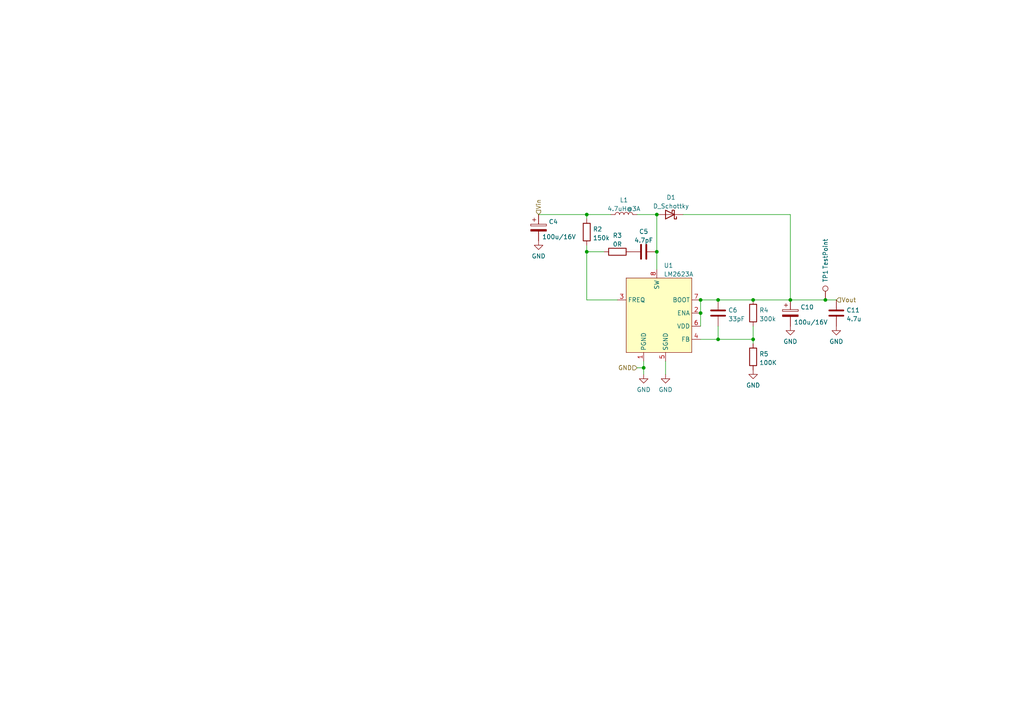
<source format=kicad_sch>
(kicad_sch (version 20231120) (generator "eeschema") (generator_version "8.0")
  (paper "A4")
  (lib_symbols
    (symbol "Connector:TestPoint" (pin_numbers hide) (pin_names (offset 0.762) hide)
      (property "Reference" "TP" (at 0 6.858 0))
      (property "Value" "TestPoint" (at 0 5.08 0))
      (symbol "TestPoint_0_1"
        (circle (center 0 3.302) (radius 0.762))
      )
      (symbol "TestPoint_1_1"
        (pin passive line (at 0 0 90) (length 2.54) (name "1") (number "1"))
      )
    )
    (symbol "Device:C" (pin_numbers hide) (pin_names (offset 0.254))
      (property "Reference" "C" (at 0.635 2.54 0))
      (property "Value" "C" (at 0.635 -2.54 0))
      (symbol "C_0_1"
        (polyline (pts (xy -2.032 -0.762) (xy 2.032 -0.762)) (stroke (width 0.508)))
        (polyline (pts (xy -2.032 0.762) (xy 2.032 0.762)) (stroke (width 0.508)))
      )
      (symbol "C_1_1"
        (pin passive line (at 0 3.81 270) (length 2.794) (name "~") (number "1"))
        (pin passive line (at 0 -3.81 90) (length 2.794) (name "~") (number "2"))
      )
    )
    (symbol "Device:C_Polarized" (pin_numbers hide) (pin_names (offset 0.254))
      (property "Reference" "C" (at 0.635 2.54 0))
      (property "Value" "C_Polarized" (at 0.635 -2.54 0))
      (symbol "C_Polarized_0_1"
        (rectangle (start -2.286 0.508) (end 2.286 1.016))
        (polyline (pts (xy -1.778 2.286) (xy -0.762 2.286)))
        (polyline (pts (xy -1.27 2.794) (xy -1.27 1.778)))
        (rectangle (start 2.286 -0.508) (end -2.286 -1.016) (fill (type outline)))
      )
      (symbol "C_Polarized_1_1"
        (pin passive line (at 0 3.81 270) (length 2.794) (name "~") (number "1"))
        (pin passive line (at 0 -3.81 90) (length 2.794) (name "~") (number "2"))
      )
    )
    (symbol "Device:D_Schottky" (pin_numbers hide) (pin_names (offset 1.016) hide)
      (property "Reference" "D" (at 0 2.54 0))
      (property "Value" "D_Schottky" (at 0 -2.54 0))
      (symbol "D_Schottky_0_1"
        (polyline (pts (xy 1.27 0) (xy -1.27 0)))
        (polyline (pts (xy 1.27 1.27) (xy 1.27 -1.27) (xy -1.27 0) (xy 1.27 1.27)) (stroke (width 0.254)))
        (polyline (pts (xy -1.905 0.635) (xy -1.905 1.27) (xy -1.27 1.27) (xy -1.27 -1.27) (xy -0.635 -1.27) (xy -0.635 -0.635)) (stroke (width 0.254)))
      )
      (symbol "D_Schottky_1_1"
        (pin passive line (at -3.81 0 0) (length 2.54) (name "K") (number "1"))
        (pin passive line (at 3.81 0 180) (length 2.54) (name "A") (number "2"))
      )
    )
    (symbol "Device:L" (pin_numbers hide) (pin_names (offset 1.016) hide)
      (property "Reference" "L" (at -1.27 0 90))
      (property "Value" "L" (at 1.905 0 90))
      (symbol "L_0_1"
        (arc (start 0 -2.54) (mid 0.6323 -1.905) (end 0 -1.27))
        (arc (start 0 -1.27) (mid 0.6323 -0.635) (end 0 0))
        (arc (start 0 0) (mid 0.6323 0.635) (end 0 1.27))
        (arc (start 0 1.27) (mid 0.6323 1.905) (end 0 2.54))
      )
      (symbol "L_1_1"
        (pin passive line (at 0 3.81 270) (length 1.27) (name "1") (number "1"))
        (pin passive line (at 0 -3.81 90) (length 1.27) (name "2") (number "2"))
      )
    )
    (symbol "Device:R" (pin_numbers hide) (pin_names (offset 0))
      (property "Reference" "R" (at 2.032 0 90))
      (property "Value" "R" (at 0 0 90))
      (symbol "R_0_1"
        (rectangle (start -1.016 -2.54) (end 1.016 2.54) (stroke (width 0.254)))
      )
      (symbol "R_1_1"
        (pin passive line (at 0 3.81 270) (length 1.27) (name "~") (number "1"))
        (pin passive line (at 0 -3.81 90) (length 1.27) (name "~") (number "2"))
      )
    )
    (symbol "New_Library:LM2623A"
      (property "Reference" "U" (at -7.62 8.89 0))
      (property "Value" "LM2623A" (at -1.27 0 0))
      (symbol "LM2623A_0_1"
        (rectangle (start -8.89 10.16) (end 10.16 -11.43) (stroke (width 0.1524)) (fill (type background)))
      )
      (symbol "LM2623A_1_1"
        (pin input line (at -3.81 -13.97 90) (length 2.54) (name "PGND") (number "1"))
        (pin input line (at 12.7 0 180) (length 2.54) (name "ENA") (number "2"))
        (pin input line (at -11.43 3.81 0) (length 2.54) (name "FREQ") (number "3"))
        (pin input line (at 12.7 -7.62 180) (length 2.54) (name "FB") (number "4"))
        (pin input line (at 2.54 -13.97 90) (length 2.54) (name "SGND") (number "5"))
        (pin input line (at 12.7 -3.81 180) (length 2.54) (name "VDD") (number "6"))
        (pin input line (at 12.7 3.81 180) (length 2.54) (name "BOOT") (number "7"))
        (pin input line (at 0 12.7 270) (length 2.54) (name "SW") (number "8"))
      )
    )
    (symbol "power:GND" (power) (pin_names (offset 0))
      (property "Value" "GND" (at 0 -3.81 0))
      (symbol "GND_0_1"
        (polyline (pts (xy 0 0) (xy 0 -1.27) (xy 1.27 -1.27) (xy 0 -2.54) (xy -1.27 -1.27) (xy 0 -1.27)))
      )
      (symbol "GND_1_1"
        (pin power_in line (at 0 0 270) (length 0) hide (name "GND") (number "1"))
      )
    )
  )
  (junction (at 218.44 86.995))
  (junction (at 190.5 73.025))
  (junction (at 229.235 86.995))
  (junction (at 170.18 73.025))
  (junction (at 170.18 62.23))
  (junction (at 190.5 62.23))
  (junction (at 239.395 86.995))
  (junction (at 218.44 98.425))
  (junction (at 203.2 86.995))
  (junction (at 208.28 98.425))
  (junction (at 186.69 106.68))
  (junction (at 208.28 86.995))
  (junction (at 203.2 90.805))
  (wire (pts (xy 229.235 86.995) (xy 239.395 86.995)))
  (wire (pts (xy 208.28 98.425) (xy 218.44 98.425)))
  (wire (pts (xy 208.28 98.425) (xy 208.28 94.615)))
  (wire (pts (xy 203.2 86.995) (xy 208.28 86.995)))
  (wire (pts (xy 170.18 73.025) (xy 170.18 86.995)))
  (wire (pts (xy 170.18 86.995) (xy 179.07 86.995)))
  (wire (pts (xy 156.21 62.23) (xy 170.18 62.23)))
  (wire (pts (xy 184.785 106.68) (xy 186.69 106.68)))
  (wire (pts (xy 203.2 86.995) (xy 203.2 90.805)))
  (wire (pts (xy 190.5 73.025) (xy 190.5 78.105)))
  (wire (pts (xy 203.2 98.425) (xy 208.28 98.425)))
  (wire (pts (xy 198.12 62.23) (xy 229.235 62.23)))
  (wire (pts (xy 239.395 86.995) (xy 242.57 86.995)))
  (wire (pts (xy 208.28 86.995) (xy 218.44 86.995)))
  (wire (pts (xy 190.5 62.23) (xy 190.5 73.025)))
  (wire (pts (xy 170.18 73.025) (xy 170.18 71.12)))
  (wire (pts (xy 184.785 62.23) (xy 190.5 62.23)))
  (wire (pts (xy 170.18 63.5) (xy 170.18 62.23)))
  (wire (pts (xy 175.26 73.025) (xy 170.18 73.025)))
  (wire (pts (xy 170.18 62.23) (xy 177.165 62.23)))
  (wire (pts (xy 218.44 94.615) (xy 218.44 98.425)))
  (wire (pts (xy 186.69 106.68) (xy 186.69 108.585)))
  (wire (pts (xy 203.2 90.805) (xy 203.2 94.615)))
  (wire (pts (xy 193.04 104.775) (xy 193.04 108.585)))
  (wire (pts (xy 186.69 104.775) (xy 186.69 106.68)))
  (wire (pts (xy 229.235 62.23) (xy 229.235 86.995)))
  (wire (pts (xy 218.44 98.425) (xy 218.44 99.695)))
  (wire (pts (xy 218.44 86.995) (xy 229.235 86.995)))
  (hierarchical_label "GND" (shape input) (at 184.785 106.68 180))
  (hierarchical_label "Vout" (shape input) (at 242.57 86.995 0))
  (hierarchical_label "Vin" (shape input) (at 156.21 62.23 90))
  (symbol (lib_id "Device:R") (at 218.44 90.805 0) (unit 1)
    (property "Reference" "R4" (at 220.218 89.9703 0) (effects (justify left)))
    (property "Value" "300k" (at 220.218 92.5072 0) (effects (justify left)))
    (property "Footprint" "Resistor_SMD:R_0805_2012Metric_Pad1.20x1.40mm_HandSolder" (effects (hide yes)))
    (property "ref" "C17616" (effects (hide yes)))
  )
  (symbol (lib_id "Device:C") (at 242.57 90.805 0) (unit 1)
    (property "Reference" "C11" (at 245.491 89.9703 0) (effects (justify left)))
    (property "Value" "4.7u" (at 245.491 92.5072 0) (effects (justify left)))
    (property "Footprint" "Capacitor_SMD:C_0805_2012Metric_Pad1.18x1.45mm_HandSolder" (effects (hide yes)))
    (property "REF" "C1779" (effects (hide yes)))
  )
  (symbol (lib_id "Device:R") (at 218.44 103.505 0) (unit 1)
    (property "Reference" "R5" (at 220.218 102.6703 0) (effects (justify left)))
    (property "Value" "100K" (at 220.218 105.2072 0) (effects (justify left)))
    (property "Footprint" "Resistor_SMD:R_0805_2012Metric_Pad1.20x1.40mm_HandSolder" (effects (hide yes)))
    (property "ref" "C149504" (effects (hide yes)))
  )
  (symbol (lib_id "power:GND") (at 229.235 94.615 0) (unit 1)
    (property "Reference" "#PWR07" (effects (hide yes)))
    (property "Value" "GND" (at 229.235 99.0584 0))
  )
  (symbol (lib_id "Device:L") (at 180.975 62.23 90) (unit 1)
    (property "Reference" "L1" (at 180.975 58.0222 90))
    (property "Value" "4.7uH@3A" (at 180.975 60.5591 90))
    (property "Footprint" "MyLibrary:SWPA5040S4R7NT" (effects (hide yes)))
    (property "Datasheet" "SWPA5040S4R7NT" (effects (hide yes)))
    (property "REF" "C305174" (effects (hide yes)))
  )
  (symbol (lib_id "Device:C_Polarized") (at 229.235 90.805 0) (unit 1)
    (property "Reference" "C10" (at 232.156 89.0813 0) (effects (justify left)))
    (property "Value" "100u/16V" (at 230.251 93.472 0) (effects (justify left)))
    (property "Footprint" "Capacitor_SMD:CP_Elec_6.3x5.4" (effects (hide yes)))
    (property "REF" "C111600" (effects (hide yes)))
  )
  (symbol (lib_id "Connector:TestPoint") (at 239.395 86.995 0) (unit 1)
    (property "Reference" "TP1" (at 239.395 81.915 90) (effects (justify left)))
    (property "Value" "TestPoint" (at 239.395 78.105 90) (effects (justify left)))
    (property "Footprint" "TestPoint:TestPoint_Pad_D1.0mm" (effects (hide yes)))
  )
  (symbol (lib_id "power:GND") (at 186.69 108.585 0) (unit 1)
    (property "Reference" "#PWR03" (effects (hide yes)))
    (property "Value" "GND" (at 186.69 113.0284 0))
  )
  (symbol (lib_id "Device:C") (at 208.28 90.805 0) (unit 1)
    (property "Reference" "C6" (at 211.201 89.9703 0) (effects (justify left)))
    (property "Value" "33pF" (at 211.201 92.5072 0) (effects (justify left)))
    (property "Footprint" "Capacitor_SMD:C_0201_0603Metric_Pad0.64x0.40mm_HandSolder" (effects (hide yes)))
    (property "REF" "C91368" (effects (hide yes)))
  )
  (symbol (lib_id "New_Library:LM2623A") (at 190.5 90.805 0) (unit 1)
    (property "Reference" "U1" (at 192.5194 76.996 0) (effects (justify left)))
    (property "Value" "LM2623A" (at 192.5194 79.5329 0) (effects (justify left)))
    (property "Footprint" "Package_SO:VSSOP-8_3.0x3.0mm_P0.65mm" (effects (hide yes)))
    (property "REF" "C524783" (effects (hide yes)))
  )
  (symbol (lib_id "Device:R") (at 179.07 73.025 90) (unit 1)
    (property "Reference" "R3" (at 179.07 68.3092 90))
    (property "Value" "0R" (at 179.07 70.8461 90))
    (property "Footprint" "Resistor_SMD:R_0805_2012Metric_Pad1.20x1.40mm_HandSolder" (effects (hide yes)))
    (property "ref" "C17477" (effects (hide yes)))
  )
  (symbol (lib_id "power:GND") (at 242.57 94.615 0) (unit 1)
    (property "Reference" "#PWR010" (effects (hide yes)))
    (property "Value" "GND" (at 242.57 99.0584 0))
  )
  (symbol (lib_id "Device:D_Schottky") (at 194.31 62.23 180) (unit 1)
    (property "Reference" "D1" (at 194.6275 57.2602 0))
    (property "Value" "D_Schottky" (at 194.6275 59.7971 0))
    (property "Footprint" "Diode_SMD:D_SMA_Handsoldering" (effects (hide yes)))
    (property "REF" "C8678" (effects (hide yes)))
  )
  (symbol (lib_id "Device:R") (at 170.18 67.31 0) (unit 1)
    (property "Reference" "R2" (at 171.958 66.4753 0) (effects (justify left)))
    (property "Value" "150k" (at 171.958 69.0122 0) (effects (justify left)))
    (property "Footprint" "Resistor_SMD:R_0805_2012Metric_Pad1.20x1.40mm_HandSolder" (effects (hide yes)))
    (property "ref" "C17470" (effects (hide yes)))
  )
  (symbol (lib_id "power:GND") (at 218.44 107.315 0) (unit 1)
    (property "Reference" "#PWR06" (effects (hide yes)))
    (property "Value" "GND" (at 218.44 111.7584 0))
  )
  (symbol (lib_id "power:GND") (at 156.21 69.85 0) (unit 1)
    (property "Reference" "#PWR02" (effects (hide yes)))
    (property "Value" "GND" (at 156.21 74.2934 0))
  )
  (symbol (lib_id "Device:C_Polarized") (at 156.21 66.04 0) (unit 1)
    (property "Reference" "C4" (at 159.131 64.3163 0) (effects (justify left)))
    (property "Value" "100u/16V" (at 157.226 68.707 0) (effects (justify left)))
    (property "Footprint" "Capacitor_SMD:CP_Elec_6.3x5.4" (effects (hide yes)))
    (property "REF" "C970684" (effects (hide yes)))
  )
  (symbol (lib_id "Device:C") (at 186.69 73.025 90) (unit 1)
    (property "Reference" "C5" (at 186.69 67.1662 90))
    (property "Value" "4.7pF" (at 186.69 69.7031 90))
    (property "Footprint" "Capacitor_SMD:C_0201_0603Metric_Pad0.64x0.40mm_HandSolder" (effects (hide yes)))
    (property "REF" "C1669" (effects (hide yes)))
  )
  (symbol (lib_id "power:GND") (at 193.04 108.585 0) (unit 1)
    (property "Reference" "#PWR05" (effects (hide yes)))
    (property "Value" "GND" (at 193.04 113.0284 0))
  )
)
</source>
